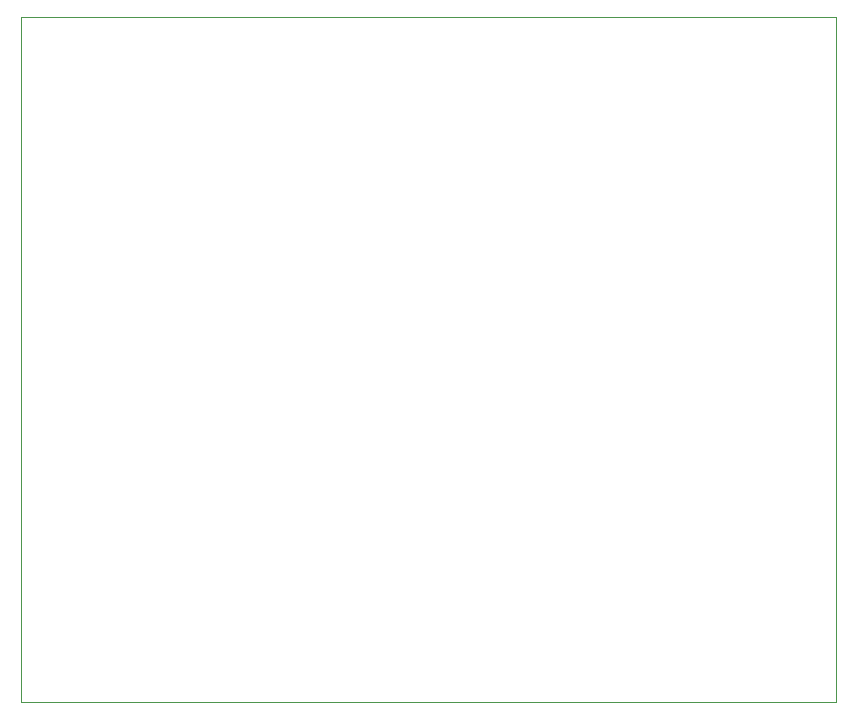
<source format=gm1>
G04 #@! TF.FileFunction,Profile,NP*
%FSLAX46Y46*%
G04 Gerber Fmt 4.6, Leading zero omitted, Abs format (unit mm)*
G04 Created by KiCad (PCBNEW (2016-08-20 BZR 7083)-product) date Sat Sep 29 15:02:56 2018*
%MOMM*%
%LPD*%
G01*
G04 APERTURE LIST*
%ADD10C,0.100000*%
G04 APERTURE END LIST*
D10*
X0Y58000000D02*
X0Y0D01*
X69000000Y58000000D02*
X0Y58000000D01*
X69000000Y0D02*
X69000000Y58000000D01*
X0Y0D02*
X69000000Y0D01*
M02*

</source>
